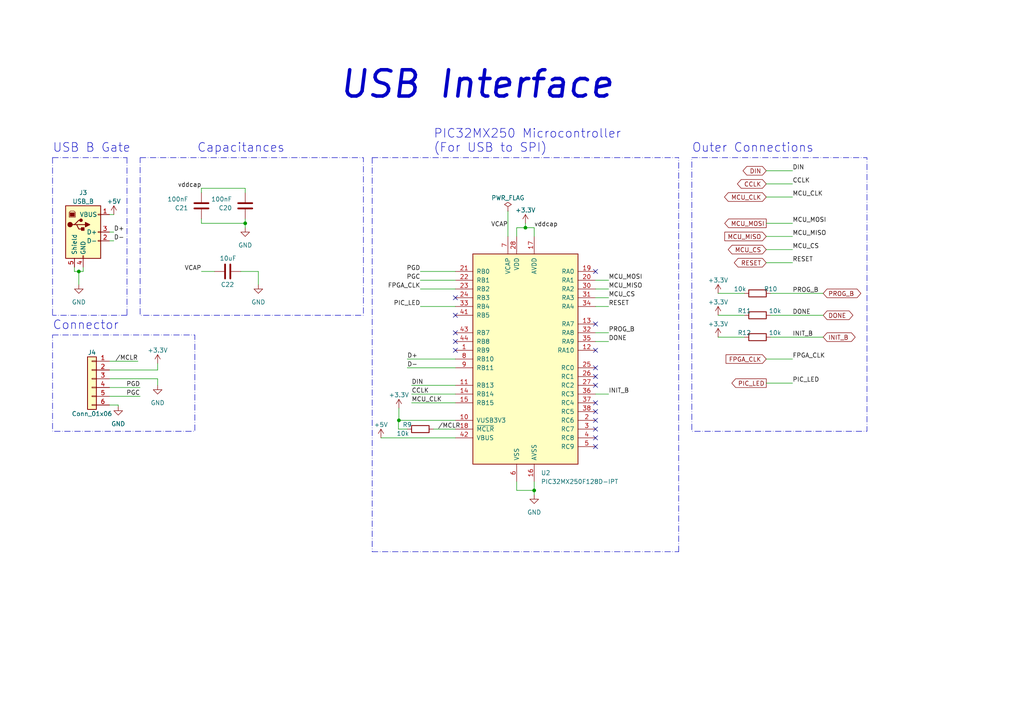
<source format=kicad_sch>
(kicad_sch (version 20230121) (generator eeschema)

  (uuid a9eae3c4-24bb-40ff-99db-406dac6046b5)

  (paper "A4")

  (lib_symbols
    (symbol "Connector:USB_B" (pin_names (offset 1.016)) (in_bom yes) (on_board yes)
      (property "Reference" "J" (at -5.08 11.43 0)
        (effects (font (size 1.27 1.27)) (justify left))
      )
      (property "Value" "USB_B" (at -5.08 8.89 0)
        (effects (font (size 1.27 1.27)) (justify left))
      )
      (property "Footprint" "" (at 3.81 -1.27 0)
        (effects (font (size 1.27 1.27)) hide)
      )
      (property "Datasheet" " ~" (at 3.81 -1.27 0)
        (effects (font (size 1.27 1.27)) hide)
      )
      (property "ki_keywords" "connector USB" (at 0 0 0)
        (effects (font (size 1.27 1.27)) hide)
      )
      (property "ki_description" "USB Type B connector" (at 0 0 0)
        (effects (font (size 1.27 1.27)) hide)
      )
      (property "ki_fp_filters" "USB*" (at 0 0 0)
        (effects (font (size 1.27 1.27)) hide)
      )
      (symbol "USB_B_0_1"
        (rectangle (start -5.08 -7.62) (end 5.08 7.62)
          (stroke (width 0.254) (type default))
          (fill (type background))
        )
        (circle (center -3.81 2.159) (radius 0.635)
          (stroke (width 0.254) (type default))
          (fill (type outline))
        )
        (rectangle (start -3.81 5.588) (end -2.54 4.572)
          (stroke (width 0) (type default))
          (fill (type outline))
        )
        (circle (center -0.635 3.429) (radius 0.381)
          (stroke (width 0.254) (type default))
          (fill (type outline))
        )
        (rectangle (start -0.127 -7.62) (end 0.127 -6.858)
          (stroke (width 0) (type default))
          (fill (type none))
        )
        (polyline
          (pts
            (xy -1.905 2.159)
            (xy 0.635 2.159)
          )
          (stroke (width 0.254) (type default))
          (fill (type none))
        )
        (polyline
          (pts
            (xy -3.175 2.159)
            (xy -2.54 2.159)
            (xy -1.27 3.429)
            (xy -0.635 3.429)
          )
          (stroke (width 0.254) (type default))
          (fill (type none))
        )
        (polyline
          (pts
            (xy -2.54 2.159)
            (xy -1.905 2.159)
            (xy -1.27 0.889)
            (xy 0 0.889)
          )
          (stroke (width 0.254) (type default))
          (fill (type none))
        )
        (polyline
          (pts
            (xy 0.635 2.794)
            (xy 0.635 1.524)
            (xy 1.905 2.159)
            (xy 0.635 2.794)
          )
          (stroke (width 0.254) (type default))
          (fill (type outline))
        )
        (polyline
          (pts
            (xy -4.064 4.318)
            (xy -2.286 4.318)
            (xy -2.286 5.715)
            (xy -2.667 6.096)
            (xy -3.683 6.096)
            (xy -4.064 5.715)
            (xy -4.064 4.318)
          )
          (stroke (width 0) (type default))
          (fill (type none))
        )
        (rectangle (start 0.254 1.27) (end -0.508 0.508)
          (stroke (width 0.254) (type default))
          (fill (type outline))
        )
        (rectangle (start 5.08 -2.667) (end 4.318 -2.413)
          (stroke (width 0) (type default))
          (fill (type none))
        )
        (rectangle (start 5.08 -0.127) (end 4.318 0.127)
          (stroke (width 0) (type default))
          (fill (type none))
        )
        (rectangle (start 5.08 4.953) (end 4.318 5.207)
          (stroke (width 0) (type default))
          (fill (type none))
        )
      )
      (symbol "USB_B_1_1"
        (pin power_out line (at 7.62 5.08 180) (length 2.54)
          (name "VBUS" (effects (font (size 1.27 1.27))))
          (number "1" (effects (font (size 1.27 1.27))))
        )
        (pin bidirectional line (at 7.62 -2.54 180) (length 2.54)
          (name "D-" (effects (font (size 1.27 1.27))))
          (number "2" (effects (font (size 1.27 1.27))))
        )
        (pin bidirectional line (at 7.62 0 180) (length 2.54)
          (name "D+" (effects (font (size 1.27 1.27))))
          (number "3" (effects (font (size 1.27 1.27))))
        )
        (pin power_out line (at 0 -10.16 90) (length 2.54)
          (name "GND" (effects (font (size 1.27 1.27))))
          (number "4" (effects (font (size 1.27 1.27))))
        )
        (pin passive line (at -2.54 -10.16 90) (length 2.54)
          (name "Shield" (effects (font (size 1.27 1.27))))
          (number "5" (effects (font (size 1.27 1.27))))
        )
      )
    )
    (symbol "Connector_Generic:Conn_01x06" (pin_names (offset 1.016) hide) (in_bom yes) (on_board yes)
      (property "Reference" "J" (at 0 7.62 0)
        (effects (font (size 1.27 1.27)))
      )
      (property "Value" "Conn_01x06" (at 0 -10.16 0)
        (effects (font (size 1.27 1.27)))
      )
      (property "Footprint" "" (at 0 0 0)
        (effects (font (size 1.27 1.27)) hide)
      )
      (property "Datasheet" "~" (at 0 0 0)
        (effects (font (size 1.27 1.27)) hide)
      )
      (property "ki_keywords" "connector" (at 0 0 0)
        (effects (font (size 1.27 1.27)) hide)
      )
      (property "ki_description" "Generic connector, single row, 01x06, script generated (kicad-library-utils/schlib/autogen/connector/)" (at 0 0 0)
        (effects (font (size 1.27 1.27)) hide)
      )
      (property "ki_fp_filters" "Connector*:*_1x??_*" (at 0 0 0)
        (effects (font (size 1.27 1.27)) hide)
      )
      (symbol "Conn_01x06_1_1"
        (rectangle (start -1.27 -7.493) (end 0 -7.747)
          (stroke (width 0.1524) (type default))
          (fill (type none))
        )
        (rectangle (start -1.27 -4.953) (end 0 -5.207)
          (stroke (width 0.1524) (type default))
          (fill (type none))
        )
        (rectangle (start -1.27 -2.413) (end 0 -2.667)
          (stroke (width 0.1524) (type default))
          (fill (type none))
        )
        (rectangle (start -1.27 0.127) (end 0 -0.127)
          (stroke (width 0.1524) (type default))
          (fill (type none))
        )
        (rectangle (start -1.27 2.667) (end 0 2.413)
          (stroke (width 0.1524) (type default))
          (fill (type none))
        )
        (rectangle (start -1.27 5.207) (end 0 4.953)
          (stroke (width 0.1524) (type default))
          (fill (type none))
        )
        (rectangle (start -1.27 6.35) (end 1.27 -8.89)
          (stroke (width 0.254) (type default))
          (fill (type background))
        )
        (pin passive line (at -5.08 5.08 0) (length 3.81)
          (name "Pin_1" (effects (font (size 1.27 1.27))))
          (number "1" (effects (font (size 1.27 1.27))))
        )
        (pin passive line (at -5.08 2.54 0) (length 3.81)
          (name "Pin_2" (effects (font (size 1.27 1.27))))
          (number "2" (effects (font (size 1.27 1.27))))
        )
        (pin passive line (at -5.08 0 0) (length 3.81)
          (name "Pin_3" (effects (font (size 1.27 1.27))))
          (number "3" (effects (font (size 1.27 1.27))))
        )
        (pin passive line (at -5.08 -2.54 0) (length 3.81)
          (name "Pin_4" (effects (font (size 1.27 1.27))))
          (number "4" (effects (font (size 1.27 1.27))))
        )
        (pin passive line (at -5.08 -5.08 0) (length 3.81)
          (name "Pin_5" (effects (font (size 1.27 1.27))))
          (number "5" (effects (font (size 1.27 1.27))))
        )
        (pin passive line (at -5.08 -7.62 0) (length 3.81)
          (name "Pin_6" (effects (font (size 1.27 1.27))))
          (number "6" (effects (font (size 1.27 1.27))))
        )
      )
    )
    (symbol "Device:C" (pin_numbers hide) (pin_names (offset 0.254)) (in_bom yes) (on_board yes)
      (property "Reference" "C" (at 0.635 2.54 0)
        (effects (font (size 1.27 1.27)) (justify left))
      )
      (property "Value" "C" (at 0.635 -2.54 0)
        (effects (font (size 1.27 1.27)) (justify left))
      )
      (property "Footprint" "" (at 0.9652 -3.81 0)
        (effects (font (size 1.27 1.27)) hide)
      )
      (property "Datasheet" "~" (at 0 0 0)
        (effects (font (size 1.27 1.27)) hide)
      )
      (property "ki_keywords" "cap capacitor" (at 0 0 0)
        (effects (font (size 1.27 1.27)) hide)
      )
      (property "ki_description" "Unpolarized capacitor" (at 0 0 0)
        (effects (font (size 1.27 1.27)) hide)
      )
      (property "ki_fp_filters" "C_*" (at 0 0 0)
        (effects (font (size 1.27 1.27)) hide)
      )
      (symbol "C_0_1"
        (polyline
          (pts
            (xy -2.032 -0.762)
            (xy 2.032 -0.762)
          )
          (stroke (width 0.508) (type default))
          (fill (type none))
        )
        (polyline
          (pts
            (xy -2.032 0.762)
            (xy 2.032 0.762)
          )
          (stroke (width 0.508) (type default))
          (fill (type none))
        )
      )
      (symbol "C_1_1"
        (pin passive line (at 0 3.81 270) (length 2.794)
          (name "~" (effects (font (size 1.27 1.27))))
          (number "1" (effects (font (size 1.27 1.27))))
        )
        (pin passive line (at 0 -3.81 90) (length 2.794)
          (name "~" (effects (font (size 1.27 1.27))))
          (number "2" (effects (font (size 1.27 1.27))))
        )
      )
    )
    (symbol "Device:R" (pin_numbers hide) (pin_names (offset 0)) (in_bom yes) (on_board yes)
      (property "Reference" "R" (at 2.032 0 90)
        (effects (font (size 1.27 1.27)))
      )
      (property "Value" "R" (at 0 0 90)
        (effects (font (size 1.27 1.27)))
      )
      (property "Footprint" "" (at -1.778 0 90)
        (effects (font (size 1.27 1.27)) hide)
      )
      (property "Datasheet" "~" (at 0 0 0)
        (effects (font (size 1.27 1.27)) hide)
      )
      (property "ki_keywords" "R res resistor" (at 0 0 0)
        (effects (font (size 1.27 1.27)) hide)
      )
      (property "ki_description" "Resistor" (at 0 0 0)
        (effects (font (size 1.27 1.27)) hide)
      )
      (property "ki_fp_filters" "R_*" (at 0 0 0)
        (effects (font (size 1.27 1.27)) hide)
      )
      (symbol "R_0_1"
        (rectangle (start -1.016 -2.54) (end 1.016 2.54)
          (stroke (width 0.254) (type default))
          (fill (type none))
        )
      )
      (symbol "R_1_1"
        (pin passive line (at 0 3.81 270) (length 1.27)
          (name "~" (effects (font (size 1.27 1.27))))
          (number "1" (effects (font (size 1.27 1.27))))
        )
        (pin passive line (at 0 -3.81 90) (length 1.27)
          (name "~" (effects (font (size 1.27 1.27))))
          (number "2" (effects (font (size 1.27 1.27))))
        )
      )
    )
    (symbol "MCU_Microchip_PIC32:PIC32MX250F128D-IPT" (pin_names (offset 1.016)) (in_bom yes) (on_board yes)
      (property "Reference" "U" (at 6.35 34.29 0)
        (effects (font (size 1.27 1.27)) (justify right))
      )
      (property "Value" "PIC32MX250F128D-IPT" (at 26.67 31.75 0)
        (effects (font (size 1.27 1.27)) (justify right))
      )
      (property "Footprint" "Package_QFP:TQFP-44_10x10mm_P0.8mm" (at 3.81 36.83 0)
        (effects (font (size 1.27 1.27)) (justify left) hide)
      )
      (property "Datasheet" "http://ww1.microchip.com/downloads/en/DeviceDoc/60001168F.pdf" (at 0 -5.08 0)
        (effects (font (size 1.27 1.27)) hide)
      )
      (property "ki_keywords" "Microchip PIC32 Microcontroller MIPS" (at 0 0 0)
        (effects (font (size 1.27 1.27)) hide)
      )
      (property "ki_description" "32-bit Microcontrollers (128KB Flash and 32KB SRAM TQFP-44) with Audio and Graphics Interfaces, USB, and Advanced Analog" (at 0 0 0)
        (effects (font (size 1.27 1.27)) hide)
      )
      (property "ki_fp_filters" "TQFP*10x10mm*P0.8mm*" (at 0 0 0)
        (effects (font (size 1.27 1.27)) hide)
      )
      (symbol "PIC32MX250F128D-IPT_0_1"
        (rectangle (start -15.24 30.48) (end 15.24 -30.48)
          (stroke (width 0.254) (type default))
          (fill (type background))
        )
      )
      (symbol "PIC32MX250F128D-IPT_1_1"
        (pin bidirectional line (at -20.32 2.54 0) (length 5.08)
          (name "RB9" (effects (font (size 1.27 1.27))))
          (number "1" (effects (font (size 1.27 1.27))))
        )
        (pin bidirectional line (at -20.32 -17.78 0) (length 5.08)
          (name "VUSB3V3" (effects (font (size 1.27 1.27))))
          (number "10" (effects (font (size 1.27 1.27))))
        )
        (pin bidirectional line (at -20.32 -7.62 0) (length 5.08)
          (name "RB13" (effects (font (size 1.27 1.27))))
          (number "11" (effects (font (size 1.27 1.27))))
        )
        (pin bidirectional line (at 20.32 2.54 180) (length 5.08)
          (name "RA10" (effects (font (size 1.27 1.27))))
          (number "12" (effects (font (size 1.27 1.27))))
        )
        (pin bidirectional line (at 20.32 10.16 180) (length 5.08)
          (name "RA7" (effects (font (size 1.27 1.27))))
          (number "13" (effects (font (size 1.27 1.27))))
        )
        (pin bidirectional line (at -20.32 -10.16 0) (length 5.08)
          (name "RB14" (effects (font (size 1.27 1.27))))
          (number "14" (effects (font (size 1.27 1.27))))
        )
        (pin bidirectional line (at -20.32 -12.7 0) (length 5.08)
          (name "RB15" (effects (font (size 1.27 1.27))))
          (number "15" (effects (font (size 1.27 1.27))))
        )
        (pin power_in line (at 2.54 -35.56 90) (length 5.08)
          (name "AVSS" (effects (font (size 1.27 1.27))))
          (number "16" (effects (font (size 1.27 1.27))))
        )
        (pin power_in line (at 2.54 35.56 270) (length 5.08)
          (name "AVDD" (effects (font (size 1.27 1.27))))
          (number "17" (effects (font (size 1.27 1.27))))
        )
        (pin input line (at -20.32 -20.32 0) (length 5.08)
          (name "~{MCLR}" (effects (font (size 1.27 1.27))))
          (number "18" (effects (font (size 1.27 1.27))))
        )
        (pin input line (at 20.32 25.4 180) (length 5.08)
          (name "RA0" (effects (font (size 1.27 1.27))))
          (number "19" (effects (font (size 1.27 1.27))))
        )
        (pin bidirectional line (at 20.32 -17.78 180) (length 5.08)
          (name "RC6" (effects (font (size 1.27 1.27))))
          (number "2" (effects (font (size 1.27 1.27))))
        )
        (pin input line (at 20.32 22.86 180) (length 5.08)
          (name "RA1" (effects (font (size 1.27 1.27))))
          (number "20" (effects (font (size 1.27 1.27))))
        )
        (pin input line (at -20.32 25.4 0) (length 5.08)
          (name "RB0" (effects (font (size 1.27 1.27))))
          (number "21" (effects (font (size 1.27 1.27))))
        )
        (pin input line (at -20.32 22.86 0) (length 5.08)
          (name "RB1" (effects (font (size 1.27 1.27))))
          (number "22" (effects (font (size 1.27 1.27))))
        )
        (pin input line (at -20.32 20.32 0) (length 5.08)
          (name "RB2" (effects (font (size 1.27 1.27))))
          (number "23" (effects (font (size 1.27 1.27))))
        )
        (pin input line (at -20.32 17.78 0) (length 5.08)
          (name "RB3" (effects (font (size 1.27 1.27))))
          (number "24" (effects (font (size 1.27 1.27))))
        )
        (pin input line (at 20.32 -2.54 180) (length 5.08)
          (name "RC0" (effects (font (size 1.27 1.27))))
          (number "25" (effects (font (size 1.27 1.27))))
        )
        (pin input line (at 20.32 -5.08 180) (length 5.08)
          (name "RC1" (effects (font (size 1.27 1.27))))
          (number "26" (effects (font (size 1.27 1.27))))
        )
        (pin input line (at 20.32 -7.62 180) (length 5.08)
          (name "RC2" (effects (font (size 1.27 1.27))))
          (number "27" (effects (font (size 1.27 1.27))))
        )
        (pin power_in line (at -2.54 35.56 270) (length 5.08)
          (name "VDD" (effects (font (size 1.27 1.27))))
          (number "28" (effects (font (size 1.27 1.27))))
        )
        (pin passive line (at -2.54 -35.56 90) (length 5.08) hide
          (name "VSS" (effects (font (size 1.27 1.27))))
          (number "29" (effects (font (size 1.27 1.27))))
        )
        (pin bidirectional line (at 20.32 -20.32 180) (length 5.08)
          (name "RC7" (effects (font (size 1.27 1.27))))
          (number "3" (effects (font (size 1.27 1.27))))
        )
        (pin input line (at 20.32 20.32 180) (length 5.08)
          (name "RA2" (effects (font (size 1.27 1.27))))
          (number "30" (effects (font (size 1.27 1.27))))
        )
        (pin input line (at 20.32 17.78 180) (length 5.08)
          (name "RA3" (effects (font (size 1.27 1.27))))
          (number "31" (effects (font (size 1.27 1.27))))
        )
        (pin input line (at 20.32 7.62 180) (length 5.08)
          (name "RA8" (effects (font (size 1.27 1.27))))
          (number "32" (effects (font (size 1.27 1.27))))
        )
        (pin input line (at -20.32 15.24 0) (length 5.08)
          (name "RB4" (effects (font (size 1.27 1.27))))
          (number "33" (effects (font (size 1.27 1.27))))
        )
        (pin input line (at 20.32 15.24 180) (length 5.08)
          (name "RA4" (effects (font (size 1.27 1.27))))
          (number "34" (effects (font (size 1.27 1.27))))
        )
        (pin input line (at 20.32 5.08 180) (length 5.08)
          (name "RA9" (effects (font (size 1.27 1.27))))
          (number "35" (effects (font (size 1.27 1.27))))
        )
        (pin input line (at 20.32 -10.16 180) (length 5.08)
          (name "RC3" (effects (font (size 1.27 1.27))))
          (number "36" (effects (font (size 1.27 1.27))))
        )
        (pin input line (at 20.32 -12.7 180) (length 5.08)
          (name "RC4" (effects (font (size 1.27 1.27))))
          (number "37" (effects (font (size 1.27 1.27))))
        )
        (pin input line (at 20.32 -15.24 180) (length 5.08)
          (name "RC5" (effects (font (size 1.27 1.27))))
          (number "38" (effects (font (size 1.27 1.27))))
        )
        (pin passive line (at -2.54 -35.56 90) (length 5.08) hide
          (name "VSS" (effects (font (size 1.27 1.27))))
          (number "39" (effects (font (size 1.27 1.27))))
        )
        (pin bidirectional line (at 20.32 -22.86 180) (length 5.08)
          (name "RC8" (effects (font (size 1.27 1.27))))
          (number "4" (effects (font (size 1.27 1.27))))
        )
        (pin passive line (at -2.54 35.56 270) (length 5.08) hide
          (name "VDD" (effects (font (size 1.27 1.27))))
          (number "40" (effects (font (size 1.27 1.27))))
        )
        (pin input line (at -20.32 12.7 0) (length 5.08)
          (name "RB5" (effects (font (size 1.27 1.27))))
          (number "41" (effects (font (size 1.27 1.27))))
        )
        (pin input line (at -20.32 -22.86 0) (length 5.08)
          (name "VBUS" (effects (font (size 1.27 1.27))))
          (number "42" (effects (font (size 1.27 1.27))))
        )
        (pin input line (at -20.32 7.62 0) (length 5.08)
          (name "RB7" (effects (font (size 1.27 1.27))))
          (number "43" (effects (font (size 1.27 1.27))))
        )
        (pin input line (at -20.32 5.08 0) (length 5.08)
          (name "RB8" (effects (font (size 1.27 1.27))))
          (number "44" (effects (font (size 1.27 1.27))))
        )
        (pin bidirectional line (at 20.32 -25.4 180) (length 5.08)
          (name "RC9" (effects (font (size 1.27 1.27))))
          (number "5" (effects (font (size 1.27 1.27))))
        )
        (pin power_in line (at -2.54 -35.56 90) (length 5.08)
          (name "VSS" (effects (font (size 1.27 1.27))))
          (number "6" (effects (font (size 1.27 1.27))))
        )
        (pin power_in line (at -5.08 35.56 270) (length 5.08)
          (name "VCAP" (effects (font (size 1.27 1.27))))
          (number "7" (effects (font (size 1.27 1.27))))
        )
        (pin bidirectional line (at -20.32 0 0) (length 5.08)
          (name "RB10" (effects (font (size 1.27 1.27))))
          (number "8" (effects (font (size 1.27 1.27))))
        )
        (pin bidirectional line (at -20.32 -2.54 0) (length 5.08)
          (name "RB11" (effects (font (size 1.27 1.27))))
          (number "9" (effects (font (size 1.27 1.27))))
        )
      )
    )
    (symbol "power:+3.3V" (power) (pin_names (offset 0)) (in_bom yes) (on_board yes)
      (property "Reference" "#PWR" (at 0 -3.81 0)
        (effects (font (size 1.27 1.27)) hide)
      )
      (property "Value" "+3.3V" (at 0 3.556 0)
        (effects (font (size 1.27 1.27)))
      )
      (property "Footprint" "" (at 0 0 0)
        (effects (font (size 1.27 1.27)) hide)
      )
      (property "Datasheet" "" (at 0 0 0)
        (effects (font (size 1.27 1.27)) hide)
      )
      (property "ki_keywords" "global power" (at 0 0 0)
        (effects (font (size 1.27 1.27)) hide)
      )
      (property "ki_description" "Power symbol creates a global label with name \"+3.3V\"" (at 0 0 0)
        (effects (font (size 1.27 1.27)) hide)
      )
      (symbol "+3.3V_0_1"
        (polyline
          (pts
            (xy -0.762 1.27)
            (xy 0 2.54)
          )
          (stroke (width 0) (type default))
          (fill (type none))
        )
        (polyline
          (pts
            (xy 0 0)
            (xy 0 2.54)
          )
          (stroke (width 0) (type default))
          (fill (type none))
        )
        (polyline
          (pts
            (xy 0 2.54)
            (xy 0.762 1.27)
          )
          (stroke (width 0) (type default))
          (fill (type none))
        )
      )
      (symbol "+3.3V_1_1"
        (pin power_in line (at 0 0 90) (length 0) hide
          (name "+3.3V" (effects (font (size 1.27 1.27))))
          (number "1" (effects (font (size 1.27 1.27))))
        )
      )
    )
    (symbol "power:+5V" (power) (pin_names (offset 0)) (in_bom yes) (on_board yes)
      (property "Reference" "#PWR" (at 0 -3.81 0)
        (effects (font (size 1.27 1.27)) hide)
      )
      (property "Value" "+5V" (at 0 3.556 0)
        (effects (font (size 1.27 1.27)))
      )
      (property "Footprint" "" (at 0 0 0)
        (effects (font (size 1.27 1.27)) hide)
      )
      (property "Datasheet" "" (at 0 0 0)
        (effects (font (size 1.27 1.27)) hide)
      )
      (property "ki_keywords" "global power" (at 0 0 0)
        (effects (font (size 1.27 1.27)) hide)
      )
      (property "ki_description" "Power symbol creates a global label with name \"+5V\"" (at 0 0 0)
        (effects (font (size 1.27 1.27)) hide)
      )
      (symbol "+5V_0_1"
        (polyline
          (pts
            (xy -0.762 1.27)
            (xy 0 2.54)
          )
          (stroke (width 0) (type default))
          (fill (type none))
        )
        (polyline
          (pts
            (xy 0 0)
            (xy 0 2.54)
          )
          (stroke (width 0) (type default))
          (fill (type none))
        )
        (polyline
          (pts
            (xy 0 2.54)
            (xy 0.762 1.27)
          )
          (stroke (width 0) (type default))
          (fill (type none))
        )
      )
      (symbol "+5V_1_1"
        (pin power_in line (at 0 0 90) (length 0) hide
          (name "+5V" (effects (font (size 1.27 1.27))))
          (number "1" (effects (font (size 1.27 1.27))))
        )
      )
    )
    (symbol "power:GND" (power) (pin_names (offset 0)) (in_bom yes) (on_board yes)
      (property "Reference" "#PWR" (at 0 -6.35 0)
        (effects (font (size 1.27 1.27)) hide)
      )
      (property "Value" "GND" (at 0 -3.81 0)
        (effects (font (size 1.27 1.27)))
      )
      (property "Footprint" "" (at 0 0 0)
        (effects (font (size 1.27 1.27)) hide)
      )
      (property "Datasheet" "" (at 0 0 0)
        (effects (font (size 1.27 1.27)) hide)
      )
      (property "ki_keywords" "global power" (at 0 0 0)
        (effects (font (size 1.27 1.27)) hide)
      )
      (property "ki_description" "Power symbol creates a global label with name \"GND\" , ground" (at 0 0 0)
        (effects (font (size 1.27 1.27)) hide)
      )
      (symbol "GND_0_1"
        (polyline
          (pts
            (xy 0 0)
            (xy 0 -1.27)
            (xy 1.27 -1.27)
            (xy 0 -2.54)
            (xy -1.27 -1.27)
            (xy 0 -1.27)
          )
          (stroke (width 0) (type default))
          (fill (type none))
        )
      )
      (symbol "GND_1_1"
        (pin power_in line (at 0 0 270) (length 0) hide
          (name "GND" (effects (font (size 1.27 1.27))))
          (number "1" (effects (font (size 1.27 1.27))))
        )
      )
    )
    (symbol "power:PWR_FLAG" (power) (pin_numbers hide) (pin_names (offset 0) hide) (in_bom yes) (on_board yes)
      (property "Reference" "#FLG" (at 0 1.905 0)
        (effects (font (size 1.27 1.27)) hide)
      )
      (property "Value" "PWR_FLAG" (at 0 3.81 0)
        (effects (font (size 1.27 1.27)))
      )
      (property "Footprint" "" (at 0 0 0)
        (effects (font (size 1.27 1.27)) hide)
      )
      (property "Datasheet" "~" (at 0 0 0)
        (effects (font (size 1.27 1.27)) hide)
      )
      (property "ki_keywords" "flag power" (at 0 0 0)
        (effects (font (size 1.27 1.27)) hide)
      )
      (property "ki_description" "Special symbol for telling ERC where power comes from" (at 0 0 0)
        (effects (font (size 1.27 1.27)) hide)
      )
      (symbol "PWR_FLAG_0_0"
        (pin power_out line (at 0 0 90) (length 0)
          (name "pwr" (effects (font (size 1.27 1.27))))
          (number "1" (effects (font (size 1.27 1.27))))
        )
      )
      (symbol "PWR_FLAG_0_1"
        (polyline
          (pts
            (xy 0 0)
            (xy 0 1.27)
            (xy -1.016 1.905)
            (xy 0 2.54)
            (xy 1.016 1.905)
            (xy 0 1.27)
          )
          (stroke (width 0) (type default))
          (fill (type none))
        )
      )
    )
  )


  (junction (at 71.12 64.77) (diameter 0) (color 0 0 0 0)
    (uuid 09531f3c-f6b8-479f-a30f-8b819de0c161)
  )
  (junction (at 154.94 142.24) (diameter 0) (color 0 0 0 0)
    (uuid 1bebe96f-370e-402b-b0d4-5dd857f3d38b)
  )
  (junction (at 152.4 66.04) (diameter 0) (color 0 0 0 0)
    (uuid 487ba904-6614-46eb-a209-db6f4b067ad5)
  )
  (junction (at 22.86 78.74) (diameter 0) (color 0 0 0 0)
    (uuid 822d4c4b-0e11-4b2e-8fde-b3e06c625622)
  )
  (junction (at 115.697 121.92) (diameter 0) (color 0 0 0 0)
    (uuid f47ddc47-6b3c-4d96-af18-3bcf63031416)
  )

  (no_connect (at 172.72 124.46) (uuid 250d2c96-6a90-4ee8-b7c7-669600d1924f))
  (no_connect (at 172.72 111.76) (uuid 42453ece-fc5e-421d-97f5-0645a9011edc))
  (no_connect (at 172.72 116.84) (uuid 46e0249f-cf1c-49a5-978b-cf734769dc35))
  (no_connect (at 172.72 93.98) (uuid 4d3d06c2-6410-47db-8f59-19d2d54374f0))
  (no_connect (at 132.08 99.06) (uuid 4d6871f2-4072-4c36-8021-c04fa3dc7d50))
  (no_connect (at 132.08 91.44) (uuid 6210b7c1-4ef0-459b-8c8a-82d35b820e80))
  (no_connect (at 172.72 119.38) (uuid 80f10cfc-1000-4c05-b1f0-8608be7f8c4a))
  (no_connect (at 132.08 101.6) (uuid 8c9dd1a7-3c79-43c5-80ea-a463a0e09770))
  (no_connect (at 132.08 96.52) (uuid 916e206d-cf12-493a-929e-770d0f44daad))
  (no_connect (at 172.72 78.74) (uuid 9d0d1ce4-49ff-4628-8b14-05dc51724725))
  (no_connect (at 132.08 86.36) (uuid a79f6a70-c59f-47bf-aab0-8c2b7d46d771))
  (no_connect (at 172.72 127) (uuid c0a502a5-a184-4223-bc5a-a0c428a4156d))
  (no_connect (at 172.72 129.54) (uuid cb93d31e-accb-4c56-bb4d-cc14f543a24e))
  (no_connect (at 172.72 106.68) (uuid d0130a32-3cd1-42ea-aebe-e6ed5016237e))
  (no_connect (at 172.72 121.92) (uuid d1f23680-add6-4a1b-b34a-5bce0e7c7fa5))
  (no_connect (at 172.72 101.6) (uuid d39b3491-7e24-4787-9bfe-76d637194b70))
  (no_connect (at 172.72 109.22) (uuid f31c9a47-abf7-400d-b647-7cb5bbafbd55))

  (wire (pts (xy 223.52 91.44) (xy 238.76 91.44))
    (stroke (width 0) (type default))
    (uuid 08b23ba7-930d-4167-a2e7-0c27e1cb3863)
  )
  (wire (pts (xy 121.92 78.74) (xy 132.08 78.74))
    (stroke (width 0) (type default))
    (uuid 0a5bcd64-aa4b-491a-b5e8-351db70ccd41)
  )
  (wire (pts (xy 31.75 62.23) (xy 33.02 62.23))
    (stroke (width 0) (type default))
    (uuid 0a7388a6-102c-430f-8020-acfe8d3d0b21)
  )
  (wire (pts (xy 118.11 106.68) (xy 132.08 106.68))
    (stroke (width 0) (type default))
    (uuid 0b108ac9-f70a-4ca6-a80a-4537b5366486)
  )
  (polyline (pts (xy 36.83 91.44) (xy 15.24 91.44))
    (stroke (width 0) (type dash_dot))
    (uuid 0b2ef433-2b89-4742-9ba2-c4028c614e1b)
  )

  (wire (pts (xy 222.25 64.77) (xy 229.87 64.77))
    (stroke (width 0) (type default))
    (uuid 0de3e3c8-e2fd-4358-bed1-bf9d203e7a4e)
  )
  (wire (pts (xy 115.697 118.364) (xy 115.697 121.92))
    (stroke (width 0) (type default))
    (uuid 0f2d8e32-39c5-411a-a13f-df97ab24b223)
  )
  (wire (pts (xy 58.42 54.61) (xy 58.42 55.88))
    (stroke (width 0) (type default))
    (uuid 18bec3e7-0687-4dcf-9d3a-0ee1767b0a4e)
  )
  (wire (pts (xy 149.86 68.58) (xy 149.86 66.04))
    (stroke (width 0) (type default))
    (uuid 1a2cc3a8-d2c3-4e34-97e5-f9b07d938073)
  )
  (wire (pts (xy 31.75 109.855) (xy 45.72 109.855))
    (stroke (width 0) (type default))
    (uuid 1b9181de-cfa9-4d84-bde6-8b76c8a72e72)
  )
  (wire (pts (xy 154.94 66.04) (xy 154.94 68.58))
    (stroke (width 0) (type default))
    (uuid 1bd28e78-d4c0-4e7d-b239-de1df2a02dbe)
  )
  (wire (pts (xy 208.28 91.44) (xy 215.9 91.44))
    (stroke (width 0) (type default))
    (uuid 222e2ac7-d1e8-4f94-9537-c5456505b182)
  )
  (polyline (pts (xy 107.95 160.02) (xy 196.85 160.02))
    (stroke (width 0) (type dash_dot))
    (uuid 22a0da45-77f2-485f-82cc-8ad54b54abce)
  )

  (wire (pts (xy 121.92 88.9) (xy 132.08 88.9))
    (stroke (width 0) (type default))
    (uuid 27150392-55a1-4675-87c6-c0829794f85d)
  )
  (wire (pts (xy 222.25 68.58) (xy 229.87 68.58))
    (stroke (width 0) (type default))
    (uuid 2a6082e8-6cba-44f8-b05d-0fd936f822f0)
  )
  (wire (pts (xy 21.59 77.47) (xy 21.59 78.74))
    (stroke (width 0) (type default))
    (uuid 2b729cc5-1641-4293-9574-3f6892870a18)
  )
  (wire (pts (xy 121.92 83.82) (xy 132.08 83.82))
    (stroke (width 0) (type default))
    (uuid 2bb2e7b0-2f77-4c82-b3e2-dd00f548e145)
  )
  (polyline (pts (xy 15.24 45.72) (xy 36.83 45.72))
    (stroke (width 0) (type dash_dot))
    (uuid 2c597e6c-7067-494d-b5db-e5b535731f17)
  )

  (wire (pts (xy 58.42 78.74) (xy 62.23 78.74))
    (stroke (width 0) (type default))
    (uuid 2ddd9e0d-f6a8-4f0a-a358-1aa2fcc5de24)
  )
  (wire (pts (xy 115.57 121.92) (xy 115.697 121.92))
    (stroke (width 0) (type default))
    (uuid 3170c1fa-5893-4489-a2f0-6ca51d348538)
  )
  (wire (pts (xy 222.25 104.14) (xy 229.87 104.14))
    (stroke (width 0) (type default))
    (uuid 446aea30-45bd-4205-82af-6b7918b5a944)
  )
  (wire (pts (xy 172.72 96.52) (xy 176.53 96.52))
    (stroke (width 0) (type default))
    (uuid 469284d8-fd96-4643-866c-5d6808c0fe2a)
  )
  (wire (pts (xy 22.86 78.74) (xy 24.13 78.74))
    (stroke (width 0) (type default))
    (uuid 4be19383-35f9-4787-aa5f-6b30f9e1015f)
  )
  (wire (pts (xy 71.12 54.61) (xy 71.12 55.88))
    (stroke (width 0) (type default))
    (uuid 4ff26da3-7d96-4bb6-85fd-9e5a5bcea04a)
  )
  (wire (pts (xy 69.85 78.74) (xy 74.93 78.74))
    (stroke (width 0) (type default))
    (uuid 53b7068e-6647-488d-a8f1-0f4cd15d64c2)
  )
  (wire (pts (xy 71.12 63.5) (xy 71.12 64.77))
    (stroke (width 0) (type default))
    (uuid 5536f737-1928-4fd9-8b61-982f3b181f4c)
  )
  (wire (pts (xy 58.42 64.77) (xy 71.12 64.77))
    (stroke (width 0) (type default))
    (uuid 55d1b522-0183-408c-9556-80ffca7f4779)
  )
  (wire (pts (xy 115.697 121.92) (xy 132.08 121.92))
    (stroke (width 0) (type default))
    (uuid 570d758f-0cc0-4e0a-a2a6-193529150404)
  )
  (wire (pts (xy 31.75 114.935) (xy 40.64 114.935))
    (stroke (width 0) (type default))
    (uuid 574275e4-c790-4728-8491-f993fbed0166)
  )
  (wire (pts (xy 110.49 127) (xy 132.08 127))
    (stroke (width 0) (type default))
    (uuid 5d290ea4-5a85-44cf-bfb0-9f4e00ba8de6)
  )
  (polyline (pts (xy 196.85 160.02) (xy 196.85 45.72))
    (stroke (width 0) (type dash_dot))
    (uuid 5dc71646-94ae-48a2-ba4a-83f71eb6a6b0)
  )

  (wire (pts (xy 119.38 114.3) (xy 132.08 114.3))
    (stroke (width 0) (type default))
    (uuid 5f651eff-44a6-4644-896a-e1994d83e848)
  )
  (wire (pts (xy 74.93 78.74) (xy 74.93 82.55))
    (stroke (width 0) (type default))
    (uuid 694fe28f-8c71-4d3e-add2-fb6e41048602)
  )
  (wire (pts (xy 154.94 139.7) (xy 154.94 142.24))
    (stroke (width 0) (type default))
    (uuid 6a86d202-f65d-44f5-8fde-f0e4c5c93284)
  )
  (wire (pts (xy 119.38 111.76) (xy 132.08 111.76))
    (stroke (width 0) (type default))
    (uuid 6f387c05-2cea-4325-aa0b-8fbd3fdc9427)
  )
  (wire (pts (xy 71.12 64.77) (xy 71.12 66.04))
    (stroke (width 0) (type default))
    (uuid 71e7c68d-1f4c-4346-b259-754705bfa8bf)
  )
  (wire (pts (xy 119.38 116.84) (xy 132.08 116.84))
    (stroke (width 0) (type default))
    (uuid 71fbfb80-b515-42e5-970d-c8b7b07740dc)
  )
  (polyline (pts (xy 107.95 45.72) (xy 107.95 160.02))
    (stroke (width 0) (type dash_dot))
    (uuid 761c9cdc-96d4-4a9a-9467-2d006304cb9f)
  )

  (wire (pts (xy 149.86 139.7) (xy 149.86 142.24))
    (stroke (width 0) (type default))
    (uuid 764082cf-cfaf-4437-81fe-015d11999ae6)
  )
  (wire (pts (xy 71.12 54.61) (xy 58.42 54.61))
    (stroke (width 0) (type default))
    (uuid 79a4ec71-2917-4cce-9ce6-0d56be36f5d7)
  )
  (wire (pts (xy 172.72 114.3) (xy 176.53 114.3))
    (stroke (width 0) (type default))
    (uuid 7a03cc65-636d-4714-898a-8ee904b4a26f)
  )
  (wire (pts (xy 172.72 86.36) (xy 176.53 86.36))
    (stroke (width 0) (type default))
    (uuid 7b8ffa22-2bd0-4390-b745-d8dc2f9414b9)
  )
  (wire (pts (xy 172.72 88.9) (xy 176.53 88.9))
    (stroke (width 0) (type default))
    (uuid 83617280-2391-4854-a59f-ef5a75884885)
  )
  (wire (pts (xy 118.11 124.46) (xy 115.57 124.46))
    (stroke (width 0) (type default))
    (uuid 86a78ab9-b418-4c6f-ac19-dd17466c402b)
  )
  (wire (pts (xy 31.75 117.475) (xy 34.29 117.475))
    (stroke (width 0) (type default))
    (uuid 86f6d166-7777-4a05-a05e-8fff12b4ab20)
  )
  (wire (pts (xy 125.73 124.46) (xy 132.08 124.46))
    (stroke (width 0) (type default))
    (uuid 871c9f46-7c97-433b-807a-36ec69608aa7)
  )
  (polyline (pts (xy 36.83 45.72) (xy 36.83 91.44))
    (stroke (width 0) (type dash_dot))
    (uuid 877708f0-9eee-4995-9c1c-bd683ff0b5a1)
  )

  (wire (pts (xy 22.86 78.74) (xy 22.86 82.55))
    (stroke (width 0) (type default))
    (uuid 8817890d-5a1d-481a-b70d-ba8e630aceb0)
  )
  (wire (pts (xy 149.86 142.24) (xy 154.94 142.24))
    (stroke (width 0) (type default))
    (uuid 8d718393-6b2c-40ea-90bf-d74963fa174b)
  )
  (wire (pts (xy 222.25 53.34) (xy 229.87 53.34))
    (stroke (width 0) (type default))
    (uuid 8d75ff04-4460-470c-beec-83c0defb6049)
  )
  (wire (pts (xy 172.72 81.28) (xy 176.53 81.28))
    (stroke (width 0) (type default))
    (uuid 90f7ef0b-26bd-4903-a47d-ddde5654e12d)
  )
  (wire (pts (xy 31.75 104.775) (xy 40.005 104.775))
    (stroke (width 0) (type default))
    (uuid 910fafea-ae89-4401-8669-5d82f8083ae6)
  )
  (wire (pts (xy 154.94 142.24) (xy 154.94 143.51))
    (stroke (width 0) (type default))
    (uuid 9344180d-8e76-4bb3-9316-c56763e8b149)
  )
  (wire (pts (xy 45.72 107.315) (xy 45.72 105.41))
    (stroke (width 0) (type default))
    (uuid 9868b2fb-9759-4609-a318-a96b7ac4d7c3)
  )
  (wire (pts (xy 172.72 99.06) (xy 176.53 99.06))
    (stroke (width 0) (type default))
    (uuid 9b3ec90f-7093-4885-a67c-2627cbf0d194)
  )
  (wire (pts (xy 31.75 69.85) (xy 33.02 69.85))
    (stroke (width 0) (type default))
    (uuid 9d15a3d7-4571-40b6-ac9a-6b51ef229cb4)
  )
  (wire (pts (xy 24.13 78.74) (xy 24.13 77.47))
    (stroke (width 0) (type default))
    (uuid 9d9f8c33-126c-4a65-843e-4d604ee0fc56)
  )
  (wire (pts (xy 31.75 112.395) (xy 40.64 112.395))
    (stroke (width 0) (type default))
    (uuid 9f82c7b3-21e6-4f80-9777-90ca529bb498)
  )
  (wire (pts (xy 45.72 109.855) (xy 45.72 111.76))
    (stroke (width 0) (type default))
    (uuid a69c0bfa-0a03-45cf-adba-9f01754c37e1)
  )
  (wire (pts (xy 222.25 57.15) (xy 229.87 57.15))
    (stroke (width 0) (type default))
    (uuid a7eaf1bb-3335-4ee6-95cc-1d944502ed05)
  )
  (wire (pts (xy 222.25 111.125) (xy 229.87 111.125))
    (stroke (width 0) (type default))
    (uuid aa983219-7545-44c5-89c8-bc06c035cdfb)
  )
  (wire (pts (xy 223.52 85.09) (xy 238.76 85.09))
    (stroke (width 0) (type default))
    (uuid b29210c8-d1b0-46e1-9d4a-e5a7f6814d01)
  )
  (wire (pts (xy 58.42 63.5) (xy 58.42 64.77))
    (stroke (width 0) (type default))
    (uuid b2d4499b-e4aa-4444-90c6-6a8aab308b57)
  )
  (wire (pts (xy 31.75 67.31) (xy 33.02 67.31))
    (stroke (width 0) (type default))
    (uuid bacc9959-1e20-4dc5-9489-35667eb6b4c8)
  )
  (wire (pts (xy 152.4 66.04) (xy 154.94 66.04))
    (stroke (width 0) (type default))
    (uuid be72035e-23d1-4f7e-9f38-4c5357b62813)
  )
  (wire (pts (xy 34.29 117.856) (xy 34.29 117.475))
    (stroke (width 0) (type default))
    (uuid c4093b90-9dd9-49bb-8825-1a88362771cc)
  )
  (wire (pts (xy 118.11 104.14) (xy 132.08 104.14))
    (stroke (width 0) (type default))
    (uuid c4bac36b-9d11-4a17-82ac-a7e52acb41ba)
  )
  (wire (pts (xy 121.92 81.28) (xy 132.08 81.28))
    (stroke (width 0) (type default))
    (uuid c605446d-468a-457b-8c58-a4f9475747ec)
  )
  (wire (pts (xy 115.57 124.46) (xy 115.57 121.92))
    (stroke (width 0) (type default))
    (uuid c82093b4-9fb1-422e-a912-8cd56088ac50)
  )
  (wire (pts (xy 222.25 72.39) (xy 229.87 72.39))
    (stroke (width 0) (type default))
    (uuid c932075c-22c4-4b34-9b56-9e257bc44fda)
  )
  (polyline (pts (xy 107.95 45.72) (xy 196.85 45.72))
    (stroke (width 0) (type dash_dot))
    (uuid d385895d-9ec4-4d39-9d5d-8ce467c63256)
  )

  (wire (pts (xy 147.32 61.214) (xy 147.32 68.58))
    (stroke (width 0) (type default))
    (uuid d58dae74-362d-4bbe-bf54-cff470e6fc36)
  )
  (wire (pts (xy 208.28 97.79) (xy 215.9 97.79))
    (stroke (width 0) (type default))
    (uuid da1f618a-dfc3-4961-a4ec-12b5977ebf68)
  )
  (wire (pts (xy 208.28 85.09) (xy 215.9 85.09))
    (stroke (width 0) (type default))
    (uuid daf004cd-b349-4018-ac1a-5b0b03457282)
  )
  (wire (pts (xy 223.52 97.79) (xy 238.76 97.79))
    (stroke (width 0) (type default))
    (uuid dca186f6-0c5e-49ec-9995-b2dc868ae487)
  )
  (wire (pts (xy 31.75 107.315) (xy 45.72 107.315))
    (stroke (width 0) (type default))
    (uuid e68fdd9a-c38c-4c28-80f1-06a13bf58e1f)
  )
  (wire (pts (xy 152.4 64.77) (xy 152.4 66.04))
    (stroke (width 0) (type default))
    (uuid e928f3c8-8424-4244-8dad-bad9be3de6f4)
  )
  (wire (pts (xy 222.25 49.53) (xy 229.87 49.53))
    (stroke (width 0) (type default))
    (uuid e97b81fd-05cd-4ae9-8e6f-506512f3ee00)
  )
  (polyline (pts (xy 15.24 45.72) (xy 15.24 91.44))
    (stroke (width 0) (type dash_dot))
    (uuid eba182d7-bbb7-4ddf-82d1-0a106beaddf1)
  )

  (wire (pts (xy 149.86 66.04) (xy 152.4 66.04))
    (stroke (width 0) (type default))
    (uuid eef02f9f-1cfc-4cd5-a752-dfbf08c3e0aa)
  )
  (wire (pts (xy 172.72 83.82) (xy 176.53 83.82))
    (stroke (width 0) (type default))
    (uuid f594028c-2440-477b-b4ec-573bd863efeb)
  )
  (wire (pts (xy 222.25 76.2) (xy 229.87 76.2))
    (stroke (width 0) (type default))
    (uuid f5a78d0a-d16c-48a2-a2b8-2d0216d212f8)
  )
  (wire (pts (xy 21.59 78.74) (xy 22.86 78.74))
    (stroke (width 0) (type default))
    (uuid fdee3439-e20c-4f68-ad78-47ccd09bf639)
  )

  (rectangle (start 200.66 45.72) (end 251.46 125.095)
    (stroke (width 0) (type dash_dot))
    (fill (type none))
    (uuid 10c4fcb9-3cc9-4a22-9094-55a21a86c435)
  )
  (rectangle (start 15.24 97.155) (end 56.515 125.095)
    (stroke (width 0) (type dash_dot))
    (fill (type none))
    (uuid 65135079-a803-4ee9-8af0-ac7b6d88624f)
  )
  (rectangle (start 40.64 45.72) (end 105.41 91.44)
    (stroke (width 0) (type dash_dot))
    (fill (type none))
    (uuid e9e2b5f8-d39d-4bd3-87c3-12b363dfe07d)
  )

  (text "Capacitances" (at 57.15 44.45 0)
    (effects (font (size 2.54 2.54)) (justify left bottom))
    (uuid 1266c163-6eb7-40c1-878c-8bda318efd5f)
  )
  (text "USB Interface" (at 98.044 29.083 0)
    (effects (font (size 7.62 7.62) (thickness 1.016) bold italic) (justify left bottom))
    (uuid 1d84769e-6d4a-4eba-903e-61f6d208c65c)
  )
  (text "Outer Connections" (at 200.66 44.45 0)
    (effects (font (size 2.54 2.54)) (justify left bottom))
    (uuid 274a58ae-9e06-4604-b5a9-966dca8518a9)
  )
  (text "USB B Gate" (at 15.24 44.45 0)
    (effects (font (size 2.54 2.54)) (justify left bottom))
    (uuid 3dfed8be-324e-4541-b992-9e6ec6f5c421)
  )
  (text "PIC32MX250 Microcontroller\n(For USB to SPI)" (at 125.73 44.45 0)
    (effects (font (size 2.54 2.54)) (justify left bottom))
    (uuid 7e680e51-87d4-4db5-9029-6112d15edc9f)
  )
  (text "Connector" (at 15.24 95.885 0)
    (effects (font (size 2.54 2.54)) (justify left bottom))
    (uuid 9d3ec107-8e2d-48ec-9659-3abe312fe30e)
  )

  (label "vddcap" (at 58.42 54.61 180) (fields_autoplaced)
    (effects (font (size 1.27 1.27)) (justify right bottom))
    (uuid 13415254-4229-49fa-93f2-3bf02568a941)
  )
  (label "DIN" (at 119.38 111.76 0) (fields_autoplaced)
    (effects (font (size 1.27 1.27)) (justify left bottom))
    (uuid 1f49dc1c-6df4-42fd-9956-28026e254e1a)
  )
  (label "CCLK" (at 119.38 114.3 0) (fields_autoplaced)
    (effects (font (size 1.27 1.27)) (justify left bottom))
    (uuid 21966919-d5fe-489a-b329-01d7ebd8e47e)
  )
  (label "INIT_B" (at 176.53 114.3 0) (fields_autoplaced)
    (effects (font (size 1.27 1.27)) (justify left bottom))
    (uuid 2bbc0899-1ea4-4c91-acfc-aa84f3b52989)
  )
  (label "D-" (at 118.11 106.68 0) (fields_autoplaced)
    (effects (font (size 1.27 1.27)) (justify left bottom))
    (uuid 2e06a6d6-7c7d-4c13-8c65-dff09cb16ee5)
  )
  (label "MCU_MISO" (at 176.53 83.82 0) (fields_autoplaced)
    (effects (font (size 1.27 1.27)) (justify left bottom))
    (uuid 3fde35af-21ba-4489-912f-6f3af656e309)
  )
  (label "PGC" (at 40.64 114.935 180) (fields_autoplaced)
    (effects (font (size 1.27 1.27)) (justify right bottom))
    (uuid 408e62f7-8649-4878-83f4-78887b625067)
  )
  (label "MCU_CS" (at 229.87 72.39 0) (fields_autoplaced)
    (effects (font (size 1.27 1.27)) (justify left bottom))
    (uuid 4151dd9f-6651-4010-83ad-76d4310b3c65)
  )
  (label "MCU_CLK" (at 119.38 116.84 0) (fields_autoplaced)
    (effects (font (size 1.27 1.27)) (justify left bottom))
    (uuid 4c99653c-fd08-487b-b24b-b42781b5140f)
  )
  (label "PIC_LED" (at 121.92 88.9 180) (fields_autoplaced)
    (effects (font (size 1.27 1.27)) (justify right bottom))
    (uuid 5e42e4f9-cf4c-4db9-ba00-c7f387f9f6ee)
  )
  (label "{slash}MCLR" (at 127 124.46 0) (fields_autoplaced)
    (effects (font (size 1.27 1.27)) (justify left bottom))
    (uuid 5ed49914-90da-4677-8701-a0eb134aa7e2)
  )
  (label "PGC" (at 121.92 81.28 180) (fields_autoplaced)
    (effects (font (size 1.27 1.27)) (justify right bottom))
    (uuid 5fe45dd2-0118-4996-8898-c407041385e3)
  )
  (label "RESET" (at 229.87 76.2 0) (fields_autoplaced)
    (effects (font (size 1.27 1.27)) (justify left bottom))
    (uuid 69e9f49e-9213-447b-a163-4ea886f32534)
  )
  (label "PGD" (at 40.64 112.395 180) (fields_autoplaced)
    (effects (font (size 1.27 1.27)) (justify right bottom))
    (uuid 6d7eb364-bf24-41fb-85d6-23fc4b9c364c)
  )
  (label "VCAP" (at 147.32 66.04 180) (fields_autoplaced)
    (effects (font (size 1.27 1.27)) (justify right bottom))
    (uuid 80826a2f-9bca-4be6-8006-92c681066b09)
  )
  (label "PROG_B" (at 176.53 96.52 0) (fields_autoplaced)
    (effects (font (size 1.27 1.27)) (justify left bottom))
    (uuid 88079235-fd43-4ca7-8a55-17a2a3c71bc3)
  )
  (label "PGD" (at 121.92 78.74 180) (fields_autoplaced)
    (effects (font (size 1.27 1.27)) (justify right bottom))
    (uuid 92a67b29-85ba-49f7-868c-68099276217e)
  )
  (label "CCLK" (at 229.87 53.34 0) (fields_autoplaced)
    (effects (font (size 1.27 1.27)) (justify left bottom))
    (uuid 93ce5680-c39f-48b6-b8d6-733ab8d02802)
  )
  (label "MCU_MOSI" (at 176.53 81.28 0) (fields_autoplaced)
    (effects (font (size 1.27 1.27)) (justify left bottom))
    (uuid 9491bd36-0da9-4408-81a5-b652622316fa)
  )
  (label "FPGA_CLK" (at 121.92 83.82 180) (fields_autoplaced)
    (effects (font (size 1.27 1.27)) (justify right bottom))
    (uuid 9b0dae98-70dc-4235-a57c-e66e30ba9eab)
  )
  (label "D-" (at 33.02 69.85 0) (fields_autoplaced)
    (effects (font (size 1.27 1.27)) (justify left bottom))
    (uuid 9ee6684b-4a48-4e18-a0ce-f29c4ea3ef0d)
  )
  (label "INIT_B" (at 229.87 97.79 0) (fields_autoplaced)
    (effects (font (size 1.27 1.27)) (justify left bottom))
    (uuid a05b3caa-d065-43f8-9a68-6073fb724cf3)
  )
  (label "RESET" (at 176.53 88.9 0) (fields_autoplaced)
    (effects (font (size 1.27 1.27)) (justify left bottom))
    (uuid a79c9932-4399-47ba-93ed-2e1ea92463bb)
  )
  (label "PROG_B" (at 229.87 85.09 0) (fields_autoplaced)
    (effects (font (size 1.27 1.27)) (justify left bottom))
    (uuid aec42fee-d954-415e-8af4-57262c1aa7ae)
  )
  (label "MCU_MOSI" (at 229.87 64.77 0) (fields_autoplaced)
    (effects (font (size 1.27 1.27)) (justify left bottom))
    (uuid bc50a418-e5ce-48fd-a473-aa5ea2fdf1be)
  )
  (label "MCU_CS" (at 176.53 86.36 0) (fields_autoplaced)
    (effects (font (size 1.27 1.27)) (justify left bottom))
    (uuid c3715f71-9273-47c8-b2c4-94002e6bafce)
  )
  (label "D+" (at 118.11 104.14 0) (fields_autoplaced)
    (effects (font (size 1.27 1.27)) (justify left bottom))
    (uuid cd6f46f7-d7c9-4ccb-96af-c7c13a5b4afc)
  )
  (label "MCU_MISO" (at 229.87 68.58 0) (fields_autoplaced)
    (effects (font (size 1.27 1.27)) (justify left bottom))
    (uuid cecf8996-1c37-4af5-ad6a-709def2d4985)
  )
  (label "FPGA_CLK" (at 229.87 104.14 0) (fields_autoplaced)
    (effects (font (size 1.27 1.27)) (justify left bottom))
    (uuid df7c994c-ab6b-4e27-980d-98fedbe7dfc9)
  )
  (label "MCU_CLK" (at 229.87 57.15 0) (fields_autoplaced)
    (effects (font (size 1.27 1.27)) (justify left bottom))
    (uuid e120ca96-4b7e-4598-a2ee-fc16cd65ea2f)
  )
  (label "DIN" (at 229.87 49.53 0) (fields_autoplaced)
    (effects (font (size 1.27 1.27)) (justify left bottom))
    (uuid e9e2567a-9d54-48c3-823b-a90d6382f326)
  )
  (label "{slash}MCLR" (at 40.005 104.775 180) (fields_autoplaced)
    (effects (font (size 1.27 1.27)) (justify right bottom))
    (uuid efeca5fa-b92c-402e-a01c-920bdd87563e)
  )
  (label "vddcap" (at 154.94 66.04 0) (fields_autoplaced)
    (effects (font (size 1.27 1.27)) (justify left bottom))
    (uuid f4bd1e85-1f4e-4b83-b7bb-b4911332ba9b)
  )
  (label "D+" (at 33.02 67.31 0) (fields_autoplaced)
    (effects (font (size 1.27 1.27)) (justify left bottom))
    (uuid f89f65ef-1388-461d-9e35-cd2a569a73e4)
  )
  (label "DONE" (at 176.53 99.06 0) (fields_autoplaced)
    (effects (font (size 1.27 1.27)) (justify left bottom))
    (uuid fa0c9a3c-f722-45ec-bcbe-2bf9960201eb)
  )
  (label "VCAP" (at 58.42 78.74 180) (fields_autoplaced)
    (effects (font (size 1.27 1.27)) (justify right bottom))
    (uuid fb9bbbe7-8ae3-41f1-b1f4-54f5a2e3c293)
  )
  (label "DONE" (at 229.87 91.44 0) (fields_autoplaced)
    (effects (font (size 1.27 1.27)) (justify left bottom))
    (uuid fbce3c76-093e-4169-a3d6-e2d6f9f50e8c)
  )
  (label "PIC_LED" (at 229.87 111.125 0) (fields_autoplaced)
    (effects (font (size 1.27 1.27)) (justify left bottom))
    (uuid fdacd1c0-e97b-4f5b-aeef-7ee7fcc25073)
  )

  (global_label "FPGA_CLK" (shape input) (at 222.25 104.14 180) (fields_autoplaced)
    (effects (font (size 1.27 1.27)) (justify right))
    (uuid 01befcc9-e2a2-47ba-8bda-977c88a3c0b1)
    (property "Intersheetrefs" "${INTERSHEET_REFS}" (at 210.0913 104.14 0)
      (effects (font (size 1.27 1.27)) (justify right) hide)
    )
  )
  (global_label "MCU_MISO" (shape input) (at 222.25 68.58 180) (fields_autoplaced)
    (effects (font (size 1.27 1.27)) (justify right))
    (uuid 1d9ac156-bef4-4561-a065-5792276b397d)
    (property "Intersheetrefs" "${INTERSHEET_REFS}" (at 209.7285 68.58 0)
      (effects (font (size 1.27 1.27)) (justify right) hide)
    )
  )
  (global_label "MCU_CLK" (shape bidirectional) (at 222.25 57.15 180) (fields_autoplaced)
    (effects (font (size 1.27 1.27)) (justify right))
    (uuid 368bcbfa-1178-43cf-bd70-71eb5952ccb9)
    (property "Intersheetrefs" "${INTERSHEET_REFS}" (at 209.6453 57.15 0)
      (effects (font (size 1.27 1.27)) (justify right) hide)
    )
  )
  (global_label "RESET" (shape bidirectional) (at 222.25 76.2 180) (fields_autoplaced)
    (effects (font (size 1.27 1.27)) (justify right))
    (uuid 39ccec66-ef35-43dd-a4cc-bf0f08d478df)
    (property "Intersheetrefs" "${INTERSHEET_REFS}" (at 212.4878 76.2 0)
      (effects (font (size 1.27 1.27)) (justify right) hide)
    )
  )
  (global_label "CCLK" (shape bidirectional) (at 222.25 53.34 180) (fields_autoplaced)
    (effects (font (size 1.27 1.27)) (justify right))
    (uuid 6ad71fba-41b1-4154-9693-ff56c3539e1e)
    (property "Intersheetrefs" "${INTERSHEET_REFS}" (at 213.3948 53.34 0)
      (effects (font (size 1.27 1.27)) (justify right) hide)
    )
  )
  (global_label "MCU_MOSI" (shape output) (at 222.25 64.77 180) (fields_autoplaced)
    (effects (font (size 1.27 1.27)) (justify right))
    (uuid 7566090c-2ef8-49c8-a367-f80b4cd15f98)
    (property "Intersheetrefs" "${INTERSHEET_REFS}" (at 209.7285 64.77 0)
      (effects (font (size 1.27 1.27)) (justify right) hide)
    )
  )
  (global_label "PIC_LED" (shape output) (at 222.25 111.125 180) (fields_autoplaced)
    (effects (font (size 1.27 1.27)) (justify right))
    (uuid 8277dbd7-ba97-4f50-b304-a7a54111072f)
    (property "Intersheetrefs" "${INTERSHEET_REFS}" (at 211.7847 111.125 0)
      (effects (font (size 1.27 1.27)) (justify right) hide)
    )
  )
  (global_label "PROG_B" (shape bidirectional) (at 238.76 85.09 0) (fields_autoplaced)
    (effects (font (size 1.27 1.27)) (justify left))
    (uuid 8c7c87d9-a7f9-413c-aecf-038fdbf3b59f)
    (property "Intersheetrefs" "${INTERSHEET_REFS}" (at 250.1552 85.09 0)
      (effects (font (size 1.27 1.27)) (justify left) hide)
    )
  )
  (global_label "MCU_CS" (shape bidirectional) (at 222.25 72.39 180) (fields_autoplaced)
    (effects (font (size 1.27 1.27)) (justify right))
    (uuid 8d692be1-0b06-4d45-9627-4ee21864ea0c)
    (property "Intersheetrefs" "${INTERSHEET_REFS}" (at 210.7339 72.39 0)
      (effects (font (size 1.27 1.27)) (justify right) hide)
    )
  )
  (global_label "INIT_B" (shape bidirectional) (at 238.76 97.79 0) (fields_autoplaced)
    (effects (font (size 1.27 1.27)) (justify left))
    (uuid aa1ac5cd-de8d-421a-86fc-379bfbfa1b91)
    (property "Intersheetrefs" "${INTERSHEET_REFS}" (at 248.5224 97.79 0)
      (effects (font (size 1.27 1.27)) (justify left) hide)
    )
  )
  (global_label "DIN" (shape bidirectional) (at 222.25 49.53 180) (fields_autoplaced)
    (effects (font (size 1.27 1.27)) (justify right))
    (uuid ae292cf5-0be5-4652-849e-f9e6774cdc9a)
    (property "Intersheetrefs" "${INTERSHEET_REFS}" (at 215.0276 49.53 0)
      (effects (font (size 1.27 1.27)) (justify right) hide)
    )
  )
  (global_label "DONE" (shape bidirectional) (at 238.76 91.44 0) (fields_autoplaced)
    (effects (font (size 1.27 1.27)) (justify left))
    (uuid e4985933-ad3f-4dea-b04b-200f665b1de8)
    (property "Intersheetrefs" "${INTERSHEET_REFS}" (at 247.8571 91.44 0)
      (effects (font (size 1.27 1.27)) (justify left) hide)
    )
  )

  (symbol (lib_id "Device:C") (at 71.12 59.69 180) (unit 1)
    (in_bom yes) (on_board yes) (dnp no)
    (uuid 090aa88f-69c1-487b-a11b-db1987ca6ef2)
    (property "Reference" "C20" (at 67.31 60.325 0)
      (effects (font (size 1.27 1.27)) (justify left))
    )
    (property "Value" "100nF" (at 67.31 57.785 0)
      (effects (font (size 1.27 1.27)) (justify left))
    )
    (property "Footprint" "Capacitor_SMD:C_0201_0603Metric" (at 70.1548 55.88 0)
      (effects (font (size 1.27 1.27)) hide)
    )
    (property "Datasheet" "~" (at 71.12 59.69 0)
      (effects (font (size 1.27 1.27)) hide)
    )
    (pin "1" (uuid c92c2c61-e3e6-4e8b-a4cb-88496894d5d7))
    (pin "2" (uuid ec975940-b69c-4dfc-a366-1e034e1fe84d))
    (instances
      (project "XilinxFPGADevelopmentBoard"
        (path "/f6b73657-9d75-4843-8bea-bd4600fe883e/3b28a495-dbe2-4bc3-9177-7e17fcef468f"
          (reference "C20") (unit 1)
        )
      )
    )
  )

  (symbol (lib_id "Device:R") (at 121.92 124.46 90) (unit 1)
    (in_bom yes) (on_board yes) (dnp no)
    (uuid 0d0d72f6-b7c0-4b62-9b72-45d9a78b94a9)
    (property "Reference" "R9" (at 118.11 123.19 90)
      (effects (font (size 1.27 1.27)))
    )
    (property "Value" "10k" (at 116.84 125.73 90)
      (effects (font (size 1.27 1.27)))
    )
    (property "Footprint" "Resistor_SMD:R_0201_0603Metric" (at 121.92 126.238 90)
      (effects (font (size 1.27 1.27)) hide)
    )
    (property "Datasheet" "~" (at 121.92 124.46 0)
      (effects (font (size 1.27 1.27)) hide)
    )
    (pin "1" (uuid 6dedfc1b-2011-434d-be88-f09cc209d059))
    (pin "2" (uuid 84b0e0e1-cd06-4c58-81d7-634edae907c5))
    (instances
      (project "XilinxFPGADevelopmentBoard"
        (path "/f6b73657-9d75-4843-8bea-bd4600fe883e/3b28a495-dbe2-4bc3-9177-7e17fcef468f"
          (reference "R9") (unit 1)
        )
      )
    )
  )

  (symbol (lib_id "MCU_Microchip_PIC32:PIC32MX250F128D-IPT") (at 152.4 104.14 0) (unit 1)
    (in_bom yes) (on_board yes) (dnp no) (fields_autoplaced)
    (uuid 0fa04b6b-aa8e-446b-bd63-d1d9cab2bb3d)
    (property "Reference" "U2" (at 156.8959 137.16 0)
      (effects (font (size 1.27 1.27)) (justify left))
    )
    (property "Value" "PIC32MX250F128D-IPT" (at 156.8959 139.7 0)
      (effects (font (size 1.27 1.27)) (justify left))
    )
    (property "Footprint" "Package_QFP:TQFP-44_10x10mm_P0.8mm" (at 156.21 67.31 0)
      (effects (font (size 1.27 1.27)) (justify left) hide)
    )
    (property "Datasheet" "http://ww1.microchip.com/downloads/en/DeviceDoc/60001168F.pdf" (at 152.4 109.22 0)
      (effects (font (size 1.27 1.27)) hide)
    )
    (pin "1" (uuid 8223a68f-8a83-4107-b843-5a299e110b1a))
    (pin "10" (uuid d0933414-6cea-4701-86f9-74af5c95af29))
    (pin "11" (uuid 28f0d7f7-e4ce-4321-9183-48608053936c))
    (pin "12" (uuid f1adaad6-0c24-486d-9335-d3e74f469c07))
    (pin "13" (uuid 7e884419-0afa-48b4-8b79-0bb06bff4634))
    (pin "14" (uuid c66713fc-1e70-41b1-b43b-3ff6c4004e43))
    (pin "15" (uuid aae39f61-829b-4ffb-88aa-9c92582d51bc))
    (pin "16" (uuid 452f9c73-9454-4146-b40f-4c3d4d7de05f))
    (pin "17" (uuid 8810cf09-f71c-43f2-b2c8-355bb7708154))
    (pin "18" (uuid 50f91199-ce76-4340-81f3-45baaf5b9a9a))
    (pin "19" (uuid 0321b5a3-0a5a-453d-b1e6-6696f3241231))
    (pin "2" (uuid eeefa3c9-64d8-4334-8faf-ea08db6617d5))
    (pin "20" (uuid 84ca70c6-278b-4ef9-8677-eb3f1fc21196))
    (pin "21" (uuid 658669d3-1d4f-49f0-bb28-17e7298caeb3))
    (pin "22" (uuid c826f7ca-13b5-43a3-8b35-73f1628eccae))
    (pin "23" (uuid 16872d62-4c22-4ed8-9ca0-7a6671215d78))
    (pin "24" (uuid 5ecf0d3f-3ef8-4fe6-b425-7911f6402bd2))
    (pin "25" (uuid d4f6b90f-3e71-4311-a75d-132d6da937db))
    (pin "26" (uuid 36f56d3f-4e21-4388-9548-8692194a0d94))
    (pin "27" (uuid a1a2a699-2228-4ef6-a839-595616fd4d32))
    (pin "28" (uuid 4ff3be62-31ee-4701-ad09-6621f4171b55))
    (pin "29" (uuid 9dfc9be4-e5c4-4dde-9129-8c87e214b3cf))
    (pin "3" (uuid f4023acd-21fa-451f-97a5-fd5c957febc8))
    (pin "30" (uuid d3353b17-e268-43dd-9711-092829b2ba02))
    (pin "31" (uuid 8ccd579a-bcdd-43cc-b61c-05fb043d6f06))
    (pin "32" (uuid 1b54634b-b014-4ed9-af83-da62b8fdd4e5))
    (pin "33" (uuid 38269548-301c-4007-b76a-a34314b84e9e))
    (pin "34" (uuid f55abf2c-d09f-4fb0-9433-c5a61272a5e7))
    (pin "35" (uuid e83a0f9b-739b-4f99-924d-f82b50e8ea31))
    (pin "36" (uuid 722de81a-8b7d-46fa-aa3a-53479160ae6c))
    (pin "37" (uuid d72b4bd1-fc87-4962-9917-06d935c3675e))
    (pin "38" (uuid eee744fd-ca32-48db-992f-4bb844eae4ba))
    (pin "39" (uuid 7334978d-2b49-417e-8d78-f074817d55a9))
    (pin "4" (uuid 3e4cae20-29fc-4c13-be68-7c259a2f390b))
    (pin "40" (uuid 026edfe2-81ca-402e-81ff-8f4e7e60a4aa))
    (pin "41" (uuid d1bf25b2-c38e-4c98-96a2-641ba955178d))
    (pin "42" (uuid adcdbaec-1659-4713-aedc-52e65c1f179e))
    (pin "43" (uuid a5fe3dff-e528-46e4-a497-880013fd556f))
    (pin "44" (uuid e06ceb89-e2f3-40b0-b723-950792751fd5))
    (pin "5" (uuid f14c3e3d-6da2-4850-b53e-17efe4188c87))
    (pin "6" (uuid cfe1c299-3336-4343-ad65-da44b1d44a50))
    (pin "7" (uuid d2f75ec0-fa04-4348-84b8-5fd8077bd4de))
    (pin "8" (uuid a0d0c81d-9c86-4266-bbea-fd980edf6a90))
    (pin "9" (uuid e8638c86-688c-4ac0-ac7a-bd090140ca01))
    (instances
      (project "XilinxFPGADevelopmentBoard"
        (path "/f6b73657-9d75-4843-8bea-bd4600fe883e/3b28a495-dbe2-4bc3-9177-7e17fcef468f"
          (reference "U2") (unit 1)
        )
      )
    )
  )

  (symbol (lib_id "power:GND") (at 45.72 111.76 0) (unit 1)
    (in_bom yes) (on_board yes) (dnp no) (fields_autoplaced)
    (uuid 1a6aa36f-4447-4a88-90b6-c60354dc38e1)
    (property "Reference" "#PWR021" (at 45.72 118.11 0)
      (effects (font (size 1.27 1.27)) hide)
    )
    (property "Value" "GND" (at 45.72 116.84 0)
      (effects (font (size 1.27 1.27)))
    )
    (property "Footprint" "" (at 45.72 111.76 0)
      (effects (font (size 1.27 1.27)) hide)
    )
    (property "Datasheet" "" (at 45.72 111.76 0)
      (effects (font (size 1.27 1.27)) hide)
    )
    (pin "1" (uuid 4fe6cb9f-5246-4a3b-ac5f-00d090ae8216))
    (instances
      (project "XilinxFPGADevelopmentBoard"
        (path "/f6b73657-9d75-4843-8bea-bd4600fe883e/3b28a495-dbe2-4bc3-9177-7e17fcef468f"
          (reference "#PWR021") (unit 1)
        )
      )
    )
  )

  (symbol (lib_id "power:+3.3V") (at 208.28 91.44 0) (unit 1)
    (in_bom yes) (on_board yes) (dnp no) (fields_autoplaced)
    (uuid 1e9870c0-6efd-4a58-9794-e3e8538ed915)
    (property "Reference" "#PWR05" (at 208.28 95.25 0)
      (effects (font (size 1.27 1.27)) hide)
    )
    (property "Value" "+3.3V" (at 208.28 87.63 0)
      (effects (font (size 1.27 1.27)))
    )
    (property "Footprint" "" (at 208.28 91.44 0)
      (effects (font (size 1.27 1.27)) hide)
    )
    (property "Datasheet" "" (at 208.28 91.44 0)
      (effects (font (size 1.27 1.27)) hide)
    )
    (pin "1" (uuid 6c916d57-cf46-4a56-a3a3-b97245c24368))
    (instances
      (project "XilinxFPGADevelopmentBoard"
        (path "/f6b73657-9d75-4843-8bea-bd4600fe883e/8683e395-e12a-455e-92cc-3b025ce2d521"
          (reference "#PWR05") (unit 1)
        )
        (path "/f6b73657-9d75-4843-8bea-bd4600fe883e/3b28a495-dbe2-4bc3-9177-7e17fcef468f"
          (reference "#PWR012") (unit 1)
        )
      )
    )
  )

  (symbol (lib_id "power:PWR_FLAG") (at 147.32 61.214 0) (unit 1)
    (in_bom yes) (on_board yes) (dnp no) (fields_autoplaced)
    (uuid 1ee9785c-fb96-441f-8b98-228ec9c65b22)
    (property "Reference" "#FLG03" (at 147.32 59.309 0)
      (effects (font (size 1.27 1.27)) hide)
    )
    (property "Value" "PWR_FLAG" (at 147.32 57.404 0)
      (effects (font (size 1.27 1.27)))
    )
    (property "Footprint" "" (at 147.32 61.214 0)
      (effects (font (size 1.27 1.27)) hide)
    )
    (property "Datasheet" "~" (at 147.32 61.214 0)
      (effects (font (size 1.27 1.27)) hide)
    )
    (pin "1" (uuid cd42a1f6-b50c-451d-ab03-7db542b677ee))
    (instances
      (project "XilinxFPGADevelopmentBoard"
        (path "/f6b73657-9d75-4843-8bea-bd4600fe883e/3b28a495-dbe2-4bc3-9177-7e17fcef468f"
          (reference "#FLG03") (unit 1)
        )
      )
    )
  )

  (symbol (lib_id "power:GND") (at 74.93 82.55 0) (unit 1)
    (in_bom yes) (on_board yes) (dnp no) (fields_autoplaced)
    (uuid 35443c92-1949-4b29-922b-f047d7537d97)
    (property "Reference" "#PWR016" (at 74.93 88.9 0)
      (effects (font (size 1.27 1.27)) hide)
    )
    (property "Value" "GND" (at 74.93 87.63 0)
      (effects (font (size 1.27 1.27)))
    )
    (property "Footprint" "" (at 74.93 82.55 0)
      (effects (font (size 1.27 1.27)) hide)
    )
    (property "Datasheet" "" (at 74.93 82.55 0)
      (effects (font (size 1.27 1.27)) hide)
    )
    (pin "1" (uuid baccc35b-6fd5-4e8e-992b-dd217f470bbc))
    (instances
      (project "XilinxFPGADevelopmentBoard"
        (path "/f6b73657-9d75-4843-8bea-bd4600fe883e/3b28a495-dbe2-4bc3-9177-7e17fcef468f"
          (reference "#PWR016") (unit 1)
        )
      )
    )
  )

  (symbol (lib_id "power:+3.3V") (at 208.28 85.09 0) (unit 1)
    (in_bom yes) (on_board yes) (dnp no) (fields_autoplaced)
    (uuid 3b9bac6d-281e-4c2a-abac-ff08b9646d6b)
    (property "Reference" "#PWR05" (at 208.28 88.9 0)
      (effects (font (size 1.27 1.27)) hide)
    )
    (property "Value" "+3.3V" (at 208.28 81.28 0)
      (effects (font (size 1.27 1.27)))
    )
    (property "Footprint" "" (at 208.28 85.09 0)
      (effects (font (size 1.27 1.27)) hide)
    )
    (property "Datasheet" "" (at 208.28 85.09 0)
      (effects (font (size 1.27 1.27)) hide)
    )
    (pin "1" (uuid ec4b879f-3875-4a6a-9679-e760b2a87265))
    (instances
      (project "XilinxFPGADevelopmentBoard"
        (path "/f6b73657-9d75-4843-8bea-bd4600fe883e/8683e395-e12a-455e-92cc-3b025ce2d521"
          (reference "#PWR05") (unit 1)
        )
        (path "/f6b73657-9d75-4843-8bea-bd4600fe883e/3b28a495-dbe2-4bc3-9177-7e17fcef468f"
          (reference "#PWR013") (unit 1)
        )
      )
    )
  )

  (symbol (lib_id "Device:C") (at 58.42 59.69 180) (unit 1)
    (in_bom yes) (on_board yes) (dnp no) (fields_autoplaced)
    (uuid 47f54d91-5260-4a83-9428-80bb7978f682)
    (property "Reference" "C21" (at 54.61 60.325 0)
      (effects (font (size 1.27 1.27)) (justify left))
    )
    (property "Value" "100nF" (at 54.61 57.785 0)
      (effects (font (size 1.27 1.27)) (justify left))
    )
    (property "Footprint" "Capacitor_SMD:C_0201_0603Metric" (at 57.4548 55.88 0)
      (effects (font (size 1.27 1.27)) hide)
    )
    (property "Datasheet" "~" (at 58.42 59.69 0)
      (effects (font (size 1.27 1.27)) hide)
    )
    (pin "1" (uuid 4ff8c6e2-6065-4ab7-9a16-0e91252d013c))
    (pin "2" (uuid 6de17ba0-cf0d-4dca-bdae-3927357a0f65))
    (instances
      (project "XilinxFPGADevelopmentBoard"
        (path "/f6b73657-9d75-4843-8bea-bd4600fe883e/3b28a495-dbe2-4bc3-9177-7e17fcef468f"
          (reference "C21") (unit 1)
        )
      )
    )
  )

  (symbol (lib_id "Device:R") (at 219.71 97.79 90) (unit 1)
    (in_bom yes) (on_board yes) (dnp no)
    (uuid 4ad49641-acbd-4711-8354-7ac690c7e130)
    (property "Reference" "R12" (at 215.9 96.52 90)
      (effects (font (size 1.27 1.27)))
    )
    (property "Value" "10k" (at 224.79 96.52 90)
      (effects (font (size 1.27 1.27)))
    )
    (property "Footprint" "Resistor_SMD:R_0201_0603Metric" (at 219.71 99.568 90)
      (effects (font (size 1.27 1.27)) hide)
    )
    (property "Datasheet" "~" (at 219.71 97.79 0)
      (effects (font (size 1.27 1.27)) hide)
    )
    (pin "1" (uuid 7d836a6e-322e-403e-ae9b-18ce9fc3b86a))
    (pin "2" (uuid cbfadb50-427a-4a42-8c38-882790434466))
    (instances
      (project "XilinxFPGADevelopmentBoard"
        (path "/f6b73657-9d75-4843-8bea-bd4600fe883e/3b28a495-dbe2-4bc3-9177-7e17fcef468f"
          (reference "R12") (unit 1)
        )
      )
    )
  )

  (symbol (lib_id "power:+3.3V") (at 45.72 105.41 0) (unit 1)
    (in_bom yes) (on_board yes) (dnp no) (fields_autoplaced)
    (uuid 55e4bdeb-2863-47c0-8edc-79dc3ab7cc56)
    (property "Reference" "#PWR05" (at 45.72 109.22 0)
      (effects (font (size 1.27 1.27)) hide)
    )
    (property "Value" "+3.3V" (at 45.72 101.6 0)
      (effects (font (size 1.27 1.27)))
    )
    (property "Footprint" "" (at 45.72 105.41 0)
      (effects (font (size 1.27 1.27)) hide)
    )
    (property "Datasheet" "" (at 45.72 105.41 0)
      (effects (font (size 1.27 1.27)) hide)
    )
    (pin "1" (uuid 94689c64-4baf-49ea-9f4c-ef7da6aea6d9))
    (instances
      (project "XilinxFPGADevelopmentBoard"
        (path "/f6b73657-9d75-4843-8bea-bd4600fe883e/8683e395-e12a-455e-92cc-3b025ce2d521"
          (reference "#PWR05") (unit 1)
        )
        (path "/f6b73657-9d75-4843-8bea-bd4600fe883e/3b28a495-dbe2-4bc3-9177-7e17fcef468f"
          (reference "#PWR026") (unit 1)
        )
      )
    )
  )

  (symbol (lib_id "Connector:USB_B") (at 24.13 67.31 0) (unit 1)
    (in_bom yes) (on_board yes) (dnp no) (fields_autoplaced)
    (uuid 78b83647-291a-46ac-a28c-84473e23d955)
    (property "Reference" "J3" (at 24.13 55.88 0)
      (effects (font (size 1.27 1.27)))
    )
    (property "Value" "USB_B" (at 24.13 58.42 0)
      (effects (font (size 1.27 1.27)))
    )
    (property "Footprint" "Connector_USB:USB_B_Lumberg_2411_02_Horizontal" (at 27.94 68.58 0)
      (effects (font (size 1.27 1.27)) hide)
    )
    (property "Datasheet" " ~" (at 27.94 68.58 0)
      (effects (font (size 1.27 1.27)) hide)
    )
    (pin "1" (uuid 4262f456-5f0c-49ed-8da4-e8ae51fd479e))
    (pin "2" (uuid bedd53e4-c45e-4eb6-abde-679c914a2c23))
    (pin "3" (uuid b2e7368c-12b7-492a-9dde-9ca3f18912f5))
    (pin "4" (uuid edd68d70-87d0-456b-a1b0-91ed14519192))
    (pin "5" (uuid 7fb2dc11-671a-460e-9eee-e9d5614d3d25))
    (instances
      (project "XilinxFPGADevelopmentBoard"
        (path "/f6b73657-9d75-4843-8bea-bd4600fe883e/3b28a495-dbe2-4bc3-9177-7e17fcef468f"
          (reference "J3") (unit 1)
        )
      )
    )
  )

  (symbol (lib_id "Device:C") (at 66.04 78.74 90) (unit 1)
    (in_bom yes) (on_board yes) (dnp no)
    (uuid 7a2f72c4-8595-4d83-93ff-51e676f59e76)
    (property "Reference" "C22" (at 67.945 82.55 90)
      (effects (font (size 1.27 1.27)) (justify left))
    )
    (property "Value" "10uF" (at 68.58 74.93 90)
      (effects (font (size 1.27 1.27)) (justify left))
    )
    (property "Footprint" "Capacitor_SMD:C_0201_0603Metric" (at 69.85 77.7748 0)
      (effects (font (size 1.27 1.27)) hide)
    )
    (property "Datasheet" "~" (at 66.04 78.74 0)
      (effects (font (size 1.27 1.27)) hide)
    )
    (pin "1" (uuid 6faf5766-22cf-46dc-9f87-4a529289fb57))
    (pin "2" (uuid e673aa9b-a577-4f89-b5b5-100873f9d5ec))
    (instances
      (project "XilinxFPGADevelopmentBoard"
        (path "/f6b73657-9d75-4843-8bea-bd4600fe883e/3b28a495-dbe2-4bc3-9177-7e17fcef468f"
          (reference "C22") (unit 1)
        )
      )
    )
  )

  (symbol (lib_id "Connector_Generic:Conn_01x06") (at 26.67 109.855 0) (mirror y) (unit 1)
    (in_bom yes) (on_board yes) (dnp no)
    (uuid 82c9ab00-8938-4320-b24d-543b40455ef5)
    (property "Reference" "J4" (at 26.67 102.235 0)
      (effects (font (size 1.27 1.27)))
    )
    (property "Value" "Conn_01x06" (at 26.67 120.015 0)
      (effects (font (size 1.27 1.27)))
    )
    (property "Footprint" "Connector_PinHeader_2.54mm:PinHeader_1x06_P2.54mm_Vertical" (at 26.67 109.855 0)
      (effects (font (size 1.27 1.27)) hide)
    )
    (property "Datasheet" "~" (at 26.67 109.855 0)
      (effects (font (size 1.27 1.27)) hide)
    )
    (pin "1" (uuid 248522ff-ce9a-45ca-8633-13f96ce11fa5))
    (pin "2" (uuid f400fc84-d4d0-44ac-bea8-932101ba61ec))
    (pin "3" (uuid 3cc1240e-6bba-4ce4-9584-48be91b6aa84))
    (pin "4" (uuid 283e4ed4-6ad5-4da4-8c06-1f9d7d678368))
    (pin "5" (uuid f995ae94-1194-4aba-aafc-0bdbda7fe8ee))
    (pin "6" (uuid 226d711c-d8e3-4c80-9122-5ced7a1524c7))
    (instances
      (project "XilinxFPGADevelopmentBoard"
        (path "/f6b73657-9d75-4843-8bea-bd4600fe883e/3b28a495-dbe2-4bc3-9177-7e17fcef468f"
          (reference "J4") (unit 1)
        )
      )
    )
  )

  (symbol (lib_id "power:+5V") (at 110.49 127 0) (unit 1)
    (in_bom yes) (on_board yes) (dnp no) (fields_autoplaced)
    (uuid 85cfe650-4c20-4c45-9da1-29aeb13cafc7)
    (property "Reference" "#PWR015" (at 110.49 130.81 0)
      (effects (font (size 1.27 1.27)) hide)
    )
    (property "Value" "+5V" (at 110.49 123.19 0)
      (effects (font (size 1.27 1.27)))
    )
    (property "Footprint" "" (at 110.49 127 0)
      (effects (font (size 1.27 1.27)) hide)
    )
    (property "Datasheet" "" (at 110.49 127 0)
      (effects (font (size 1.27 1.27)) hide)
    )
    (pin "1" (uuid 5e98b982-d75f-4b90-8852-13c92b166073))
    (instances
      (project "XilinxFPGADevelopmentBoard"
        (path "/f6b73657-9d75-4843-8bea-bd4600fe883e/3b28a495-dbe2-4bc3-9177-7e17fcef468f"
          (reference "#PWR015") (unit 1)
        )
      )
    )
  )

  (symbol (lib_id "power:GND") (at 71.12 66.04 0) (unit 1)
    (in_bom yes) (on_board yes) (dnp no) (fields_autoplaced)
    (uuid 8cb40aac-356b-4f70-ab4d-3c9ca559cbf5)
    (property "Reference" "#PWR017" (at 71.12 72.39 0)
      (effects (font (size 1.27 1.27)) hide)
    )
    (property "Value" "GND" (at 71.12 71.12 0)
      (effects (font (size 1.27 1.27)))
    )
    (property "Footprint" "" (at 71.12 66.04 0)
      (effects (font (size 1.27 1.27)) hide)
    )
    (property "Datasheet" "" (at 71.12 66.04 0)
      (effects (font (size 1.27 1.27)) hide)
    )
    (pin "1" (uuid d8ca430d-a50f-4fe9-961a-aab097d3716d))
    (instances
      (project "XilinxFPGADevelopmentBoard"
        (path "/f6b73657-9d75-4843-8bea-bd4600fe883e/3b28a495-dbe2-4bc3-9177-7e17fcef468f"
          (reference "#PWR017") (unit 1)
        )
      )
    )
  )

  (symbol (lib_id "power:+3.3V") (at 208.28 97.79 0) (unit 1)
    (in_bom yes) (on_board yes) (dnp no) (fields_autoplaced)
    (uuid a9eaa52f-5a63-41db-a191-ca96ee1f7d5f)
    (property "Reference" "#PWR05" (at 208.28 101.6 0)
      (effects (font (size 1.27 1.27)) hide)
    )
    (property "Value" "+3.3V" (at 208.28 93.98 0)
      (effects (font (size 1.27 1.27)))
    )
    (property "Footprint" "" (at 208.28 97.79 0)
      (effects (font (size 1.27 1.27)) hide)
    )
    (property "Datasheet" "" (at 208.28 97.79 0)
      (effects (font (size 1.27 1.27)) hide)
    )
    (pin "1" (uuid f43bf6f5-7188-4176-bab2-ae8f949d6f3a))
    (instances
      (project "XilinxFPGADevelopmentBoard"
        (path "/f6b73657-9d75-4843-8bea-bd4600fe883e/8683e395-e12a-455e-92cc-3b025ce2d521"
          (reference "#PWR05") (unit 1)
        )
        (path "/f6b73657-9d75-4843-8bea-bd4600fe883e/3b28a495-dbe2-4bc3-9177-7e17fcef468f"
          (reference "#PWR011") (unit 1)
        )
      )
    )
  )

  (symbol (lib_id "power:+3.3V") (at 152.4 64.77 0) (unit 1)
    (in_bom yes) (on_board yes) (dnp no) (fields_autoplaced)
    (uuid ac2ec0e4-b7b3-437d-8900-1209100a48a8)
    (property "Reference" "#PWR05" (at 152.4 68.58 0)
      (effects (font (size 1.27 1.27)) hide)
    )
    (property "Value" "+3.3V" (at 152.4 60.96 0)
      (effects (font (size 1.27 1.27)))
    )
    (property "Footprint" "" (at 152.4 64.77 0)
      (effects (font (size 1.27 1.27)) hide)
    )
    (property "Datasheet" "" (at 152.4 64.77 0)
      (effects (font (size 1.27 1.27)) hide)
    )
    (pin "1" (uuid b562e180-139f-4aeb-a5a3-9644b4b92bc4))
    (instances
      (project "XilinxFPGADevelopmentBoard"
        (path "/f6b73657-9d75-4843-8bea-bd4600fe883e/8683e395-e12a-455e-92cc-3b025ce2d521"
          (reference "#PWR05") (unit 1)
        )
        (path "/f6b73657-9d75-4843-8bea-bd4600fe883e/3b28a495-dbe2-4bc3-9177-7e17fcef468f"
          (reference "#PWR019") (unit 1)
        )
      )
    )
  )

  (symbol (lib_id "Device:R") (at 219.71 91.44 90) (unit 1)
    (in_bom yes) (on_board yes) (dnp no)
    (uuid c251acc8-93a0-4733-a64c-52a9204cedb5)
    (property "Reference" "R11" (at 215.9 90.17 90)
      (effects (font (size 1.27 1.27)))
    )
    (property "Value" "10k" (at 224.79 90.17 90)
      (effects (font (size 1.27 1.27)))
    )
    (property "Footprint" "Resistor_SMD:R_0201_0603Metric" (at 219.71 93.218 90)
      (effects (font (size 1.27 1.27)) hide)
    )
    (property "Datasheet" "~" (at 219.71 91.44 0)
      (effects (font (size 1.27 1.27)) hide)
    )
    (pin "1" (uuid 3511beb5-6646-44cb-9b56-894a1dd8011a))
    (pin "2" (uuid 0e0e3155-5cdf-4bc0-956d-7311766d96ec))
    (instances
      (project "XilinxFPGADevelopmentBoard"
        (path "/f6b73657-9d75-4843-8bea-bd4600fe883e/3b28a495-dbe2-4bc3-9177-7e17fcef468f"
          (reference "R11") (unit 1)
        )
      )
    )
  )

  (symbol (lib_id "Device:R") (at 219.71 85.09 270) (mirror x) (unit 1)
    (in_bom yes) (on_board yes) (dnp no)
    (uuid c3da0cbf-84fa-4508-9dae-9eb368e215c8)
    (property "Reference" "R10" (at 223.52 83.82 90)
      (effects (font (size 1.27 1.27)))
    )
    (property "Value" "10k" (at 214.63 83.82 90)
      (effects (font (size 1.27 1.27)))
    )
    (property "Footprint" "Resistor_SMD:R_0201_0603Metric" (at 219.71 86.868 90)
      (effects (font (size 1.27 1.27)) hide)
    )
    (property "Datasheet" "~" (at 219.71 85.09 0)
      (effects (font (size 1.27 1.27)) hide)
    )
    (pin "1" (uuid 56f711bb-531c-48ca-86a8-a427762079aa))
    (pin "2" (uuid 099f9138-aa1b-4387-9958-a9469227f321))
    (instances
      (project "XilinxFPGADevelopmentBoard"
        (path "/f6b73657-9d75-4843-8bea-bd4600fe883e/3b28a495-dbe2-4bc3-9177-7e17fcef468f"
          (reference "R10") (unit 1)
        )
      )
    )
  )

  (symbol (lib_id "power:+5V") (at 33.02 62.23 0) (unit 1)
    (in_bom yes) (on_board yes) (dnp no) (fields_autoplaced)
    (uuid cf3567fc-676d-4a79-9f06-05371b388cba)
    (property "Reference" "#PWR09" (at 33.02 66.04 0)
      (effects (font (size 1.27 1.27)) hide)
    )
    (property "Value" "+5V" (at 33.02 58.42 0)
      (effects (font (size 1.27 1.27)))
    )
    (property "Footprint" "" (at 33.02 62.23 0)
      (effects (font (size 1.27 1.27)) hide)
    )
    (property "Datasheet" "" (at 33.02 62.23 0)
      (effects (font (size 1.27 1.27)) hide)
    )
    (pin "1" (uuid 2314b81f-4d1d-4b72-add7-a1d49babfd52))
    (instances
      (project "XilinxFPGADevelopmentBoard"
        (path "/f6b73657-9d75-4843-8bea-bd4600fe883e/3b28a495-dbe2-4bc3-9177-7e17fcef468f"
          (reference "#PWR09") (unit 1)
        )
      )
    )
  )

  (symbol (lib_id "power:GND") (at 22.86 82.55 0) (unit 1)
    (in_bom yes) (on_board yes) (dnp no) (fields_autoplaced)
    (uuid d5bf86a5-33f9-4c81-ab07-bf34fa6ea9e1)
    (property "Reference" "#PWR010" (at 22.86 88.9 0)
      (effects (font (size 1.27 1.27)) hide)
    )
    (property "Value" "GND" (at 22.86 87.63 0)
      (effects (font (size 1.27 1.27)))
    )
    (property "Footprint" "" (at 22.86 82.55 0)
      (effects (font (size 1.27 1.27)) hide)
    )
    (property "Datasheet" "" (at 22.86 82.55 0)
      (effects (font (size 1.27 1.27)) hide)
    )
    (pin "1" (uuid 56760283-b4dc-4026-aa9a-0ac11af0d577))
    (instances
      (project "XilinxFPGADevelopmentBoard"
        (path "/f6b73657-9d75-4843-8bea-bd4600fe883e/3b28a495-dbe2-4bc3-9177-7e17fcef468f"
          (reference "#PWR010") (unit 1)
        )
      )
    )
  )

  (symbol (lib_id "power:+3.3V") (at 115.697 118.364 0) (unit 1)
    (in_bom yes) (on_board yes) (dnp no) (fields_autoplaced)
    (uuid e02358e1-44e5-4cdd-90f0-cc1e66c76d02)
    (property "Reference" "#PWR05" (at 115.697 122.174 0)
      (effects (font (size 1.27 1.27)) hide)
    )
    (property "Value" "+3.3V" (at 115.697 114.554 0)
      (effects (font (size 1.27 1.27)))
    )
    (property "Footprint" "" (at 115.697 118.364 0)
      (effects (font (size 1.27 1.27)) hide)
    )
    (property "Datasheet" "" (at 115.697 118.364 0)
      (effects (font (size 1.27 1.27)) hide)
    )
    (pin "1" (uuid 0991f1c5-15ed-4c4c-aa9a-c1c1d6570ea8))
    (instances
      (project "XilinxFPGADevelopmentBoard"
        (path "/f6b73657-9d75-4843-8bea-bd4600fe883e/8683e395-e12a-455e-92cc-3b025ce2d521"
          (reference "#PWR05") (unit 1)
        )
        (path "/f6b73657-9d75-4843-8bea-bd4600fe883e/3b28a495-dbe2-4bc3-9177-7e17fcef468f"
          (reference "#PWR014") (unit 1)
        )
      )
    )
  )

  (symbol (lib_id "power:GND") (at 154.94 143.51 0) (unit 1)
    (in_bom yes) (on_board yes) (dnp no) (fields_autoplaced)
    (uuid e380256f-bf41-42f0-89f7-8ebd0d631557)
    (property "Reference" "#PWR018" (at 154.94 149.86 0)
      (effects (font (size 1.27 1.27)) hide)
    )
    (property "Value" "GND" (at 154.94 148.59 0)
      (effects (font (size 1.27 1.27)))
    )
    (property "Footprint" "" (at 154.94 143.51 0)
      (effects (font (size 1.27 1.27)) hide)
    )
    (property "Datasheet" "" (at 154.94 143.51 0)
      (effects (font (size 1.27 1.27)) hide)
    )
    (pin "1" (uuid 342f687a-5304-4b4a-89e5-30152bd4ff65))
    (instances
      (project "XilinxFPGADevelopmentBoard"
        (path "/f6b73657-9d75-4843-8bea-bd4600fe883e/3b28a495-dbe2-4bc3-9177-7e17fcef468f"
          (reference "#PWR018") (unit 1)
        )
      )
    )
  )

  (symbol (lib_id "power:GND") (at 34.29 117.856 0) (unit 1)
    (in_bom yes) (on_board yes) (dnp no) (fields_autoplaced)
    (uuid fb002df6-7c9d-4165-9296-1df0f89c1015)
    (property "Reference" "#PWR054" (at 34.29 124.206 0)
      (effects (font (size 1.27 1.27)) hide)
    )
    (property "Value" "GND" (at 34.29 122.936 0)
      (effects (font (size 1.27 1.27)))
    )
    (property "Footprint" "" (at 34.29 117.856 0)
      (effects (font (size 1.27 1.27)) hide)
    )
    (property "Datasheet" "" (at 34.29 117.856 0)
      (effects (font (size 1.27 1.27)) hide)
    )
    (pin "1" (uuid 5cf5d347-6fde-4a0f-a80c-4498a1692a9a))
    (instances
      (project "XilinxFPGADevelopmentBoard"
        (path "/f6b73657-9d75-4843-8bea-bd4600fe883e/3b28a495-dbe2-4bc3-9177-7e17fcef468f"
          (reference "#PWR054") (unit 1)
        )
      )
    )
  )
)

</source>
